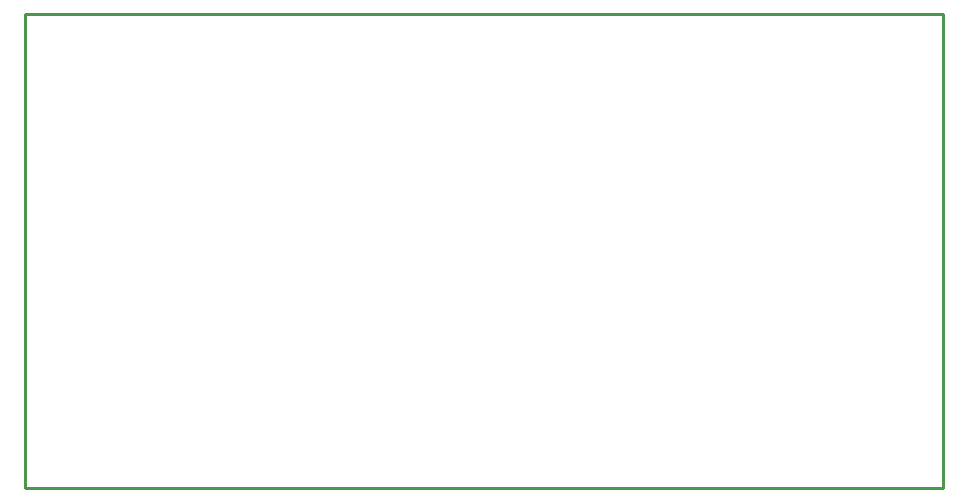
<source format=gbr>
%TF.GenerationSoftware,Altium Limited,CircuitMaker,2.0.2 (2.0.2.40)*%
G04 Layer_Color=16740166*
%FSLAX25Y25*%
%MOIN*%
%TF.SameCoordinates,4CCF3E00-E941-4990-BDAE-273065C54DFB*%
%TF.FilePolarity,Positive*%
%TF.FileFunction,Other,Outline*%
%TF.Part,Single*%
G01*
G75*
%TA.AperFunction,NonConductor*%
%ADD51C,0.01000*%
D51*
X406000Y100000D02*
Y258000D01*
X100000D02*
X406000D01*
X100000Y100000D02*
Y258000D01*
Y100000D02*
X406000D01*
%TF.MD5,249e2cec9e65fc0d9049b1cb12054ae2*%
M02*

</source>
